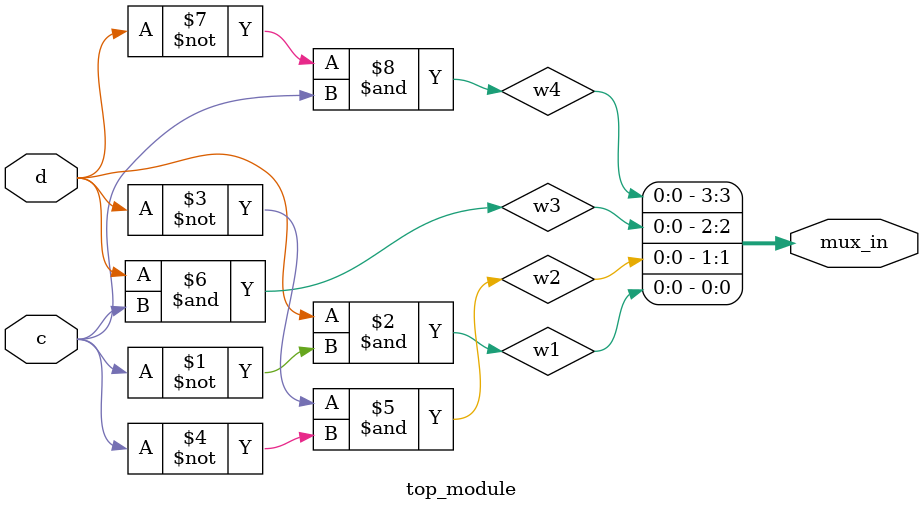
<source format=sv>
module top_module (
	input c,
	input d,
	output [3:0] mux_in
);
	
	// Declare intermediate signals
	wire w1, w2, w3, w4, w5, w6;
	
	// Implement 2-to-1 multiplexers
	assign w1 = d & ~c;
	assign w2 = ~d & ~c;
	assign w3 = d & c;
	assign w4 = ~d & c;
	
	// Implement 4-to-1 multiplexer
	assign mux_in[0] = w1;
	assign mux_in[1] = w2;
	assign mux_in[2] = w3;
	assign mux_in[3] = w4;

endmodule

</source>
